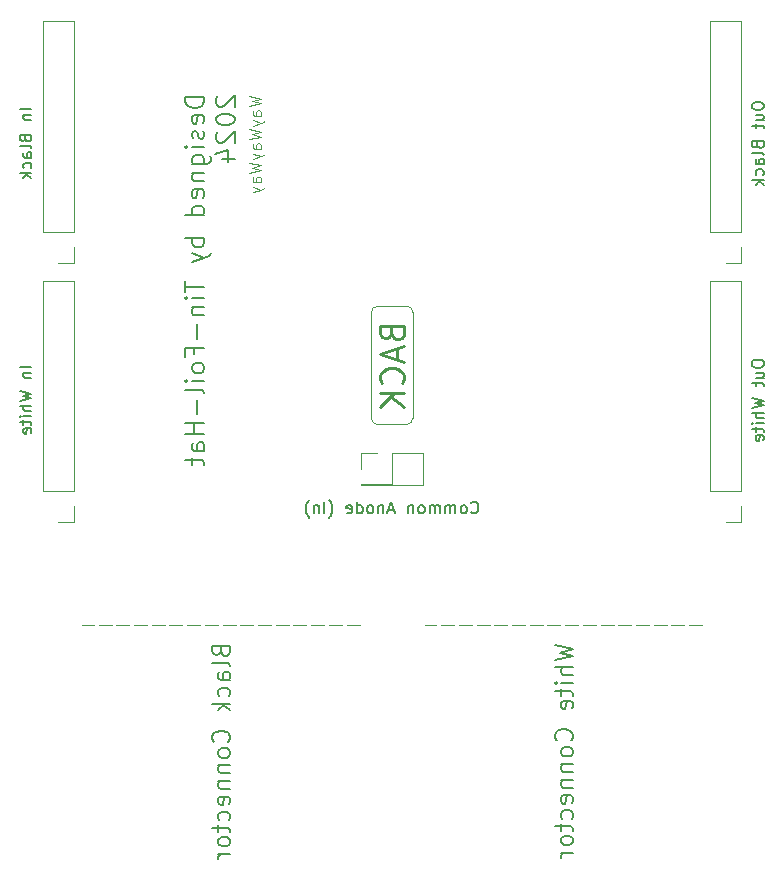
<source format=gbr>
%TF.GenerationSoftware,KiCad,Pcbnew,8.0.7*%
%TF.CreationDate,2025-01-06T10:47:42+08:00*%
%TF.ProjectId,V2.5 Mechanical Seven Segment Digit,56322e35-204d-4656-9368-616e6963616c,rev?*%
%TF.SameCoordinates,Original*%
%TF.FileFunction,Legend,Bot*%
%TF.FilePolarity,Positive*%
%FSLAX46Y46*%
G04 Gerber Fmt 4.6, Leading zero omitted, Abs format (unit mm)*
G04 Created by KiCad (PCBNEW 8.0.7) date 2025-01-06 10:47:42*
%MOMM*%
%LPD*%
G01*
G04 APERTURE LIST*
%ADD10C,0.100000*%
%ADD11C,0.240000*%
%ADD12C,0.180000*%
%ADD13C,0.200000*%
%ADD14C,0.150000*%
%ADD15C,0.120000*%
G04 APERTURE END LIST*
D10*
X140750000Y-103250000D02*
G75*
G02*
X140250000Y-102750000I0J500000D01*
G01*
X168250000Y-120250000D02*
X167150000Y-120250000D01*
X166750000Y-120250000D02*
X165650000Y-120250000D01*
X165250000Y-120250000D02*
X164150000Y-120250000D01*
X163750000Y-120250000D02*
X162650000Y-120250000D01*
X162250000Y-120250000D02*
X161150000Y-120250000D01*
X160750000Y-120250000D02*
X159650000Y-120250000D01*
X159250000Y-120250000D02*
X158150000Y-120250000D01*
X157750000Y-120250000D02*
X156650000Y-120250000D01*
X156250000Y-120250000D02*
X155150000Y-120250000D01*
X154750000Y-120250000D02*
X153650000Y-120250000D01*
X153250000Y-120250000D02*
X152150000Y-120250000D01*
X151750000Y-120250000D02*
X150650000Y-120250000D01*
X150250000Y-120250000D02*
X149150000Y-120250000D01*
X148750000Y-120250000D02*
X147650000Y-120250000D01*
X147250000Y-120250000D02*
X146150000Y-120250000D01*
X145750000Y-120250000D02*
X144750000Y-120250000D01*
X140750000Y-93250000D02*
X143250000Y-93250000D01*
X143250000Y-93250000D02*
G75*
G02*
X143750000Y-93750000I0J-500000D01*
G01*
X143750000Y-102750000D02*
G75*
G02*
X143250000Y-103250000I-500000J0D01*
G01*
X143750000Y-93750000D02*
X143750000Y-102750000D01*
X139250000Y-120250000D02*
X138150000Y-120250000D01*
X137750000Y-120250000D02*
X136650000Y-120250000D01*
X136250000Y-120250000D02*
X135150000Y-120250000D01*
X134750000Y-120250000D02*
X133650000Y-120250000D01*
X133250000Y-120250000D02*
X132150000Y-120250000D01*
X131750000Y-120250000D02*
X130650000Y-120250000D01*
X130250000Y-120250000D02*
X129150000Y-120250000D01*
X128750000Y-120250000D02*
X127650000Y-120250000D01*
X127250000Y-120250000D02*
X126150000Y-120250000D01*
X125750000Y-120250000D02*
X124650000Y-120250000D01*
X124250000Y-120250000D02*
X123150000Y-120250000D01*
X122750000Y-120250000D02*
X121650000Y-120250000D01*
X121250000Y-120250000D02*
X120150000Y-120250000D01*
X119750000Y-120250000D02*
X118650000Y-120250000D01*
X118250000Y-120250000D02*
X117150000Y-120250000D01*
X116750000Y-120250000D02*
X115750000Y-120250000D01*
X143250000Y-103250000D02*
X140750000Y-103250000D01*
X140250000Y-102750000D02*
X140250000Y-93750000D01*
X140250000Y-93750000D02*
G75*
G02*
X140750000Y-93250000I500000J0D01*
G01*
D11*
X141945139Y-95550751D02*
X142040377Y-95836465D01*
X142040377Y-95836465D02*
X142135615Y-95931703D01*
X142135615Y-95931703D02*
X142326091Y-96026941D01*
X142326091Y-96026941D02*
X142611805Y-96026941D01*
X142611805Y-96026941D02*
X142802281Y-95931703D01*
X142802281Y-95931703D02*
X142897520Y-95836465D01*
X142897520Y-95836465D02*
X142992758Y-95645989D01*
X142992758Y-95645989D02*
X142992758Y-94884084D01*
X142992758Y-94884084D02*
X140992758Y-94884084D01*
X140992758Y-94884084D02*
X140992758Y-95550751D01*
X140992758Y-95550751D02*
X141087996Y-95741227D01*
X141087996Y-95741227D02*
X141183234Y-95836465D01*
X141183234Y-95836465D02*
X141373710Y-95931703D01*
X141373710Y-95931703D02*
X141564186Y-95931703D01*
X141564186Y-95931703D02*
X141754662Y-95836465D01*
X141754662Y-95836465D02*
X141849900Y-95741227D01*
X141849900Y-95741227D02*
X141945139Y-95550751D01*
X141945139Y-95550751D02*
X141945139Y-94884084D01*
X142421329Y-96788846D02*
X142421329Y-97741227D01*
X142992758Y-96598370D02*
X140992758Y-97265036D01*
X140992758Y-97265036D02*
X142992758Y-97931703D01*
X142802281Y-99741227D02*
X142897520Y-99645989D01*
X142897520Y-99645989D02*
X142992758Y-99360275D01*
X142992758Y-99360275D02*
X142992758Y-99169799D01*
X142992758Y-99169799D02*
X142897520Y-98884084D01*
X142897520Y-98884084D02*
X142707043Y-98693608D01*
X142707043Y-98693608D02*
X142516567Y-98598370D01*
X142516567Y-98598370D02*
X142135615Y-98503132D01*
X142135615Y-98503132D02*
X141849900Y-98503132D01*
X141849900Y-98503132D02*
X141468948Y-98598370D01*
X141468948Y-98598370D02*
X141278472Y-98693608D01*
X141278472Y-98693608D02*
X141087996Y-98884084D01*
X141087996Y-98884084D02*
X140992758Y-99169799D01*
X140992758Y-99169799D02*
X140992758Y-99360275D01*
X140992758Y-99360275D02*
X141087996Y-99645989D01*
X141087996Y-99645989D02*
X141183234Y-99741227D01*
X142992758Y-100598370D02*
X140992758Y-100598370D01*
X142992758Y-101741227D02*
X141849900Y-100884084D01*
X140992758Y-101741227D02*
X142135615Y-100598370D01*
D12*
X127498854Y-122471428D02*
X127570282Y-122685714D01*
X127570282Y-122685714D02*
X127641711Y-122757143D01*
X127641711Y-122757143D02*
X127784568Y-122828571D01*
X127784568Y-122828571D02*
X127998854Y-122828571D01*
X127998854Y-122828571D02*
X128141711Y-122757143D01*
X128141711Y-122757143D02*
X128213140Y-122685714D01*
X128213140Y-122685714D02*
X128284568Y-122542857D01*
X128284568Y-122542857D02*
X128284568Y-121971428D01*
X128284568Y-121971428D02*
X126784568Y-121971428D01*
X126784568Y-121971428D02*
X126784568Y-122471428D01*
X126784568Y-122471428D02*
X126855997Y-122614286D01*
X126855997Y-122614286D02*
X126927425Y-122685714D01*
X126927425Y-122685714D02*
X127070282Y-122757143D01*
X127070282Y-122757143D02*
X127213140Y-122757143D01*
X127213140Y-122757143D02*
X127355997Y-122685714D01*
X127355997Y-122685714D02*
X127427425Y-122614286D01*
X127427425Y-122614286D02*
X127498854Y-122471428D01*
X127498854Y-122471428D02*
X127498854Y-121971428D01*
X128284568Y-123685714D02*
X128213140Y-123542857D01*
X128213140Y-123542857D02*
X128070282Y-123471428D01*
X128070282Y-123471428D02*
X126784568Y-123471428D01*
X128284568Y-124900000D02*
X127498854Y-124900000D01*
X127498854Y-124900000D02*
X127355997Y-124828571D01*
X127355997Y-124828571D02*
X127284568Y-124685714D01*
X127284568Y-124685714D02*
X127284568Y-124400000D01*
X127284568Y-124400000D02*
X127355997Y-124257142D01*
X128213140Y-124900000D02*
X128284568Y-124757142D01*
X128284568Y-124757142D02*
X128284568Y-124400000D01*
X128284568Y-124400000D02*
X128213140Y-124257142D01*
X128213140Y-124257142D02*
X128070282Y-124185714D01*
X128070282Y-124185714D02*
X127927425Y-124185714D01*
X127927425Y-124185714D02*
X127784568Y-124257142D01*
X127784568Y-124257142D02*
X127713140Y-124400000D01*
X127713140Y-124400000D02*
X127713140Y-124757142D01*
X127713140Y-124757142D02*
X127641711Y-124900000D01*
X128213140Y-126257143D02*
X128284568Y-126114285D01*
X128284568Y-126114285D02*
X128284568Y-125828571D01*
X128284568Y-125828571D02*
X128213140Y-125685714D01*
X128213140Y-125685714D02*
X128141711Y-125614285D01*
X128141711Y-125614285D02*
X127998854Y-125542857D01*
X127998854Y-125542857D02*
X127570282Y-125542857D01*
X127570282Y-125542857D02*
X127427425Y-125614285D01*
X127427425Y-125614285D02*
X127355997Y-125685714D01*
X127355997Y-125685714D02*
X127284568Y-125828571D01*
X127284568Y-125828571D02*
X127284568Y-126114285D01*
X127284568Y-126114285D02*
X127355997Y-126257143D01*
X128284568Y-126899999D02*
X126784568Y-126899999D01*
X127713140Y-127042857D02*
X128284568Y-127471428D01*
X127284568Y-127471428D02*
X127855997Y-126899999D01*
X128141711Y-130114285D02*
X128213140Y-130042857D01*
X128213140Y-130042857D02*
X128284568Y-129828571D01*
X128284568Y-129828571D02*
X128284568Y-129685714D01*
X128284568Y-129685714D02*
X128213140Y-129471428D01*
X128213140Y-129471428D02*
X128070282Y-129328571D01*
X128070282Y-129328571D02*
X127927425Y-129257142D01*
X127927425Y-129257142D02*
X127641711Y-129185714D01*
X127641711Y-129185714D02*
X127427425Y-129185714D01*
X127427425Y-129185714D02*
X127141711Y-129257142D01*
X127141711Y-129257142D02*
X126998854Y-129328571D01*
X126998854Y-129328571D02*
X126855997Y-129471428D01*
X126855997Y-129471428D02*
X126784568Y-129685714D01*
X126784568Y-129685714D02*
X126784568Y-129828571D01*
X126784568Y-129828571D02*
X126855997Y-130042857D01*
X126855997Y-130042857D02*
X126927425Y-130114285D01*
X128284568Y-130971428D02*
X128213140Y-130828571D01*
X128213140Y-130828571D02*
X128141711Y-130757142D01*
X128141711Y-130757142D02*
X127998854Y-130685714D01*
X127998854Y-130685714D02*
X127570282Y-130685714D01*
X127570282Y-130685714D02*
X127427425Y-130757142D01*
X127427425Y-130757142D02*
X127355997Y-130828571D01*
X127355997Y-130828571D02*
X127284568Y-130971428D01*
X127284568Y-130971428D02*
X127284568Y-131185714D01*
X127284568Y-131185714D02*
X127355997Y-131328571D01*
X127355997Y-131328571D02*
X127427425Y-131400000D01*
X127427425Y-131400000D02*
X127570282Y-131471428D01*
X127570282Y-131471428D02*
X127998854Y-131471428D01*
X127998854Y-131471428D02*
X128141711Y-131400000D01*
X128141711Y-131400000D02*
X128213140Y-131328571D01*
X128213140Y-131328571D02*
X128284568Y-131185714D01*
X128284568Y-131185714D02*
X128284568Y-130971428D01*
X127284568Y-132114285D02*
X128284568Y-132114285D01*
X127427425Y-132114285D02*
X127355997Y-132185714D01*
X127355997Y-132185714D02*
X127284568Y-132328571D01*
X127284568Y-132328571D02*
X127284568Y-132542857D01*
X127284568Y-132542857D02*
X127355997Y-132685714D01*
X127355997Y-132685714D02*
X127498854Y-132757143D01*
X127498854Y-132757143D02*
X128284568Y-132757143D01*
X127284568Y-133471428D02*
X128284568Y-133471428D01*
X127427425Y-133471428D02*
X127355997Y-133542857D01*
X127355997Y-133542857D02*
X127284568Y-133685714D01*
X127284568Y-133685714D02*
X127284568Y-133900000D01*
X127284568Y-133900000D02*
X127355997Y-134042857D01*
X127355997Y-134042857D02*
X127498854Y-134114286D01*
X127498854Y-134114286D02*
X128284568Y-134114286D01*
X128213140Y-135400000D02*
X128284568Y-135257143D01*
X128284568Y-135257143D02*
X128284568Y-134971429D01*
X128284568Y-134971429D02*
X128213140Y-134828571D01*
X128213140Y-134828571D02*
X128070282Y-134757143D01*
X128070282Y-134757143D02*
X127498854Y-134757143D01*
X127498854Y-134757143D02*
X127355997Y-134828571D01*
X127355997Y-134828571D02*
X127284568Y-134971429D01*
X127284568Y-134971429D02*
X127284568Y-135257143D01*
X127284568Y-135257143D02*
X127355997Y-135400000D01*
X127355997Y-135400000D02*
X127498854Y-135471429D01*
X127498854Y-135471429D02*
X127641711Y-135471429D01*
X127641711Y-135471429D02*
X127784568Y-134757143D01*
X128213140Y-136757143D02*
X128284568Y-136614285D01*
X128284568Y-136614285D02*
X128284568Y-136328571D01*
X128284568Y-136328571D02*
X128213140Y-136185714D01*
X128213140Y-136185714D02*
X128141711Y-136114285D01*
X128141711Y-136114285D02*
X127998854Y-136042857D01*
X127998854Y-136042857D02*
X127570282Y-136042857D01*
X127570282Y-136042857D02*
X127427425Y-136114285D01*
X127427425Y-136114285D02*
X127355997Y-136185714D01*
X127355997Y-136185714D02*
X127284568Y-136328571D01*
X127284568Y-136328571D02*
X127284568Y-136614285D01*
X127284568Y-136614285D02*
X127355997Y-136757143D01*
X127284568Y-137185714D02*
X127284568Y-137757142D01*
X126784568Y-137399999D02*
X128070282Y-137399999D01*
X128070282Y-137399999D02*
X128213140Y-137471428D01*
X128213140Y-137471428D02*
X128284568Y-137614285D01*
X128284568Y-137614285D02*
X128284568Y-137757142D01*
X128284568Y-138471428D02*
X128213140Y-138328571D01*
X128213140Y-138328571D02*
X128141711Y-138257142D01*
X128141711Y-138257142D02*
X127998854Y-138185714D01*
X127998854Y-138185714D02*
X127570282Y-138185714D01*
X127570282Y-138185714D02*
X127427425Y-138257142D01*
X127427425Y-138257142D02*
X127355997Y-138328571D01*
X127355997Y-138328571D02*
X127284568Y-138471428D01*
X127284568Y-138471428D02*
X127284568Y-138685714D01*
X127284568Y-138685714D02*
X127355997Y-138828571D01*
X127355997Y-138828571D02*
X127427425Y-138900000D01*
X127427425Y-138900000D02*
X127570282Y-138971428D01*
X127570282Y-138971428D02*
X127998854Y-138971428D01*
X127998854Y-138971428D02*
X128141711Y-138900000D01*
X128141711Y-138900000D02*
X128213140Y-138828571D01*
X128213140Y-138828571D02*
X128284568Y-138685714D01*
X128284568Y-138685714D02*
X128284568Y-138471428D01*
X128284568Y-139614285D02*
X127284568Y-139614285D01*
X127570282Y-139614285D02*
X127427425Y-139685714D01*
X127427425Y-139685714D02*
X127355997Y-139757143D01*
X127355997Y-139757143D02*
X127284568Y-139900000D01*
X127284568Y-139900000D02*
X127284568Y-140042857D01*
X155784568Y-121935714D02*
X157284568Y-122292857D01*
X157284568Y-122292857D02*
X156213140Y-122578571D01*
X156213140Y-122578571D02*
X157284568Y-122864286D01*
X157284568Y-122864286D02*
X155784568Y-123221429D01*
X157284568Y-123792857D02*
X155784568Y-123792857D01*
X157284568Y-124435715D02*
X156498854Y-124435715D01*
X156498854Y-124435715D02*
X156355997Y-124364286D01*
X156355997Y-124364286D02*
X156284568Y-124221429D01*
X156284568Y-124221429D02*
X156284568Y-124007143D01*
X156284568Y-124007143D02*
X156355997Y-123864286D01*
X156355997Y-123864286D02*
X156427425Y-123792857D01*
X157284568Y-125150000D02*
X156284568Y-125150000D01*
X155784568Y-125150000D02*
X155855997Y-125078572D01*
X155855997Y-125078572D02*
X155927425Y-125150000D01*
X155927425Y-125150000D02*
X155855997Y-125221429D01*
X155855997Y-125221429D02*
X155784568Y-125150000D01*
X155784568Y-125150000D02*
X155927425Y-125150000D01*
X156284568Y-125650001D02*
X156284568Y-126221429D01*
X155784568Y-125864286D02*
X157070282Y-125864286D01*
X157070282Y-125864286D02*
X157213140Y-125935715D01*
X157213140Y-125935715D02*
X157284568Y-126078572D01*
X157284568Y-126078572D02*
X157284568Y-126221429D01*
X157213140Y-127292858D02*
X157284568Y-127150001D01*
X157284568Y-127150001D02*
X157284568Y-126864287D01*
X157284568Y-126864287D02*
X157213140Y-126721429D01*
X157213140Y-126721429D02*
X157070282Y-126650001D01*
X157070282Y-126650001D02*
X156498854Y-126650001D01*
X156498854Y-126650001D02*
X156355997Y-126721429D01*
X156355997Y-126721429D02*
X156284568Y-126864287D01*
X156284568Y-126864287D02*
X156284568Y-127150001D01*
X156284568Y-127150001D02*
X156355997Y-127292858D01*
X156355997Y-127292858D02*
X156498854Y-127364287D01*
X156498854Y-127364287D02*
X156641711Y-127364287D01*
X156641711Y-127364287D02*
X156784568Y-126650001D01*
X157141711Y-130007143D02*
X157213140Y-129935715D01*
X157213140Y-129935715D02*
X157284568Y-129721429D01*
X157284568Y-129721429D02*
X157284568Y-129578572D01*
X157284568Y-129578572D02*
X157213140Y-129364286D01*
X157213140Y-129364286D02*
X157070282Y-129221429D01*
X157070282Y-129221429D02*
X156927425Y-129150000D01*
X156927425Y-129150000D02*
X156641711Y-129078572D01*
X156641711Y-129078572D02*
X156427425Y-129078572D01*
X156427425Y-129078572D02*
X156141711Y-129150000D01*
X156141711Y-129150000D02*
X155998854Y-129221429D01*
X155998854Y-129221429D02*
X155855997Y-129364286D01*
X155855997Y-129364286D02*
X155784568Y-129578572D01*
X155784568Y-129578572D02*
X155784568Y-129721429D01*
X155784568Y-129721429D02*
X155855997Y-129935715D01*
X155855997Y-129935715D02*
X155927425Y-130007143D01*
X157284568Y-130864286D02*
X157213140Y-130721429D01*
X157213140Y-130721429D02*
X157141711Y-130650000D01*
X157141711Y-130650000D02*
X156998854Y-130578572D01*
X156998854Y-130578572D02*
X156570282Y-130578572D01*
X156570282Y-130578572D02*
X156427425Y-130650000D01*
X156427425Y-130650000D02*
X156355997Y-130721429D01*
X156355997Y-130721429D02*
X156284568Y-130864286D01*
X156284568Y-130864286D02*
X156284568Y-131078572D01*
X156284568Y-131078572D02*
X156355997Y-131221429D01*
X156355997Y-131221429D02*
X156427425Y-131292858D01*
X156427425Y-131292858D02*
X156570282Y-131364286D01*
X156570282Y-131364286D02*
X156998854Y-131364286D01*
X156998854Y-131364286D02*
X157141711Y-131292858D01*
X157141711Y-131292858D02*
X157213140Y-131221429D01*
X157213140Y-131221429D02*
X157284568Y-131078572D01*
X157284568Y-131078572D02*
X157284568Y-130864286D01*
X156284568Y-132007143D02*
X157284568Y-132007143D01*
X156427425Y-132007143D02*
X156355997Y-132078572D01*
X156355997Y-132078572D02*
X156284568Y-132221429D01*
X156284568Y-132221429D02*
X156284568Y-132435715D01*
X156284568Y-132435715D02*
X156355997Y-132578572D01*
X156355997Y-132578572D02*
X156498854Y-132650001D01*
X156498854Y-132650001D02*
X157284568Y-132650001D01*
X156284568Y-133364286D02*
X157284568Y-133364286D01*
X156427425Y-133364286D02*
X156355997Y-133435715D01*
X156355997Y-133435715D02*
X156284568Y-133578572D01*
X156284568Y-133578572D02*
X156284568Y-133792858D01*
X156284568Y-133792858D02*
X156355997Y-133935715D01*
X156355997Y-133935715D02*
X156498854Y-134007144D01*
X156498854Y-134007144D02*
X157284568Y-134007144D01*
X157213140Y-135292858D02*
X157284568Y-135150001D01*
X157284568Y-135150001D02*
X157284568Y-134864287D01*
X157284568Y-134864287D02*
X157213140Y-134721429D01*
X157213140Y-134721429D02*
X157070282Y-134650001D01*
X157070282Y-134650001D02*
X156498854Y-134650001D01*
X156498854Y-134650001D02*
X156355997Y-134721429D01*
X156355997Y-134721429D02*
X156284568Y-134864287D01*
X156284568Y-134864287D02*
X156284568Y-135150001D01*
X156284568Y-135150001D02*
X156355997Y-135292858D01*
X156355997Y-135292858D02*
X156498854Y-135364287D01*
X156498854Y-135364287D02*
X156641711Y-135364287D01*
X156641711Y-135364287D02*
X156784568Y-134650001D01*
X157213140Y-136650001D02*
X157284568Y-136507143D01*
X157284568Y-136507143D02*
X157284568Y-136221429D01*
X157284568Y-136221429D02*
X157213140Y-136078572D01*
X157213140Y-136078572D02*
X157141711Y-136007143D01*
X157141711Y-136007143D02*
X156998854Y-135935715D01*
X156998854Y-135935715D02*
X156570282Y-135935715D01*
X156570282Y-135935715D02*
X156427425Y-136007143D01*
X156427425Y-136007143D02*
X156355997Y-136078572D01*
X156355997Y-136078572D02*
X156284568Y-136221429D01*
X156284568Y-136221429D02*
X156284568Y-136507143D01*
X156284568Y-136507143D02*
X156355997Y-136650001D01*
X156284568Y-137078572D02*
X156284568Y-137650000D01*
X155784568Y-137292857D02*
X157070282Y-137292857D01*
X157070282Y-137292857D02*
X157213140Y-137364286D01*
X157213140Y-137364286D02*
X157284568Y-137507143D01*
X157284568Y-137507143D02*
X157284568Y-137650000D01*
X157284568Y-138364286D02*
X157213140Y-138221429D01*
X157213140Y-138221429D02*
X157141711Y-138150000D01*
X157141711Y-138150000D02*
X156998854Y-138078572D01*
X156998854Y-138078572D02*
X156570282Y-138078572D01*
X156570282Y-138078572D02*
X156427425Y-138150000D01*
X156427425Y-138150000D02*
X156355997Y-138221429D01*
X156355997Y-138221429D02*
X156284568Y-138364286D01*
X156284568Y-138364286D02*
X156284568Y-138578572D01*
X156284568Y-138578572D02*
X156355997Y-138721429D01*
X156355997Y-138721429D02*
X156427425Y-138792858D01*
X156427425Y-138792858D02*
X156570282Y-138864286D01*
X156570282Y-138864286D02*
X156998854Y-138864286D01*
X156998854Y-138864286D02*
X157141711Y-138792858D01*
X157141711Y-138792858D02*
X157213140Y-138721429D01*
X157213140Y-138721429D02*
X157284568Y-138578572D01*
X157284568Y-138578572D02*
X157284568Y-138364286D01*
X157284568Y-139507143D02*
X156284568Y-139507143D01*
X156570282Y-139507143D02*
X156427425Y-139578572D01*
X156427425Y-139578572D02*
X156355997Y-139650001D01*
X156355997Y-139650001D02*
X156284568Y-139792858D01*
X156284568Y-139792858D02*
X156284568Y-139935715D01*
D13*
X126097880Y-75512530D02*
X124497880Y-75512530D01*
X124497880Y-75512530D02*
X124497880Y-75893482D01*
X124497880Y-75893482D02*
X124574070Y-76122054D01*
X124574070Y-76122054D02*
X124726451Y-76274435D01*
X124726451Y-76274435D02*
X124878832Y-76350625D01*
X124878832Y-76350625D02*
X125183594Y-76426816D01*
X125183594Y-76426816D02*
X125412166Y-76426816D01*
X125412166Y-76426816D02*
X125716928Y-76350625D01*
X125716928Y-76350625D02*
X125869309Y-76274435D01*
X125869309Y-76274435D02*
X126021690Y-76122054D01*
X126021690Y-76122054D02*
X126097880Y-75893482D01*
X126097880Y-75893482D02*
X126097880Y-75512530D01*
X126021690Y-77722054D02*
X126097880Y-77569673D01*
X126097880Y-77569673D02*
X126097880Y-77264911D01*
X126097880Y-77264911D02*
X126021690Y-77112530D01*
X126021690Y-77112530D02*
X125869309Y-77036339D01*
X125869309Y-77036339D02*
X125259785Y-77036339D01*
X125259785Y-77036339D02*
X125107404Y-77112530D01*
X125107404Y-77112530D02*
X125031213Y-77264911D01*
X125031213Y-77264911D02*
X125031213Y-77569673D01*
X125031213Y-77569673D02*
X125107404Y-77722054D01*
X125107404Y-77722054D02*
X125259785Y-77798244D01*
X125259785Y-77798244D02*
X125412166Y-77798244D01*
X125412166Y-77798244D02*
X125564547Y-77036339D01*
X126021690Y-78407768D02*
X126097880Y-78560149D01*
X126097880Y-78560149D02*
X126097880Y-78864911D01*
X126097880Y-78864911D02*
X126021690Y-79017292D01*
X126021690Y-79017292D02*
X125869309Y-79093483D01*
X125869309Y-79093483D02*
X125793118Y-79093483D01*
X125793118Y-79093483D02*
X125640737Y-79017292D01*
X125640737Y-79017292D02*
X125564547Y-78864911D01*
X125564547Y-78864911D02*
X125564547Y-78636340D01*
X125564547Y-78636340D02*
X125488356Y-78483959D01*
X125488356Y-78483959D02*
X125335975Y-78407768D01*
X125335975Y-78407768D02*
X125259785Y-78407768D01*
X125259785Y-78407768D02*
X125107404Y-78483959D01*
X125107404Y-78483959D02*
X125031213Y-78636340D01*
X125031213Y-78636340D02*
X125031213Y-78864911D01*
X125031213Y-78864911D02*
X125107404Y-79017292D01*
X126097880Y-79779197D02*
X125031213Y-79779197D01*
X124497880Y-79779197D02*
X124574070Y-79703006D01*
X124574070Y-79703006D02*
X124650261Y-79779197D01*
X124650261Y-79779197D02*
X124574070Y-79855387D01*
X124574070Y-79855387D02*
X124497880Y-79779197D01*
X124497880Y-79779197D02*
X124650261Y-79779197D01*
X125031213Y-81226816D02*
X126326451Y-81226816D01*
X126326451Y-81226816D02*
X126478832Y-81150626D01*
X126478832Y-81150626D02*
X126555023Y-81074435D01*
X126555023Y-81074435D02*
X126631213Y-80922054D01*
X126631213Y-80922054D02*
X126631213Y-80693483D01*
X126631213Y-80693483D02*
X126555023Y-80541102D01*
X126021690Y-81226816D02*
X126097880Y-81074435D01*
X126097880Y-81074435D02*
X126097880Y-80769673D01*
X126097880Y-80769673D02*
X126021690Y-80617292D01*
X126021690Y-80617292D02*
X125945499Y-80541102D01*
X125945499Y-80541102D02*
X125793118Y-80464911D01*
X125793118Y-80464911D02*
X125335975Y-80464911D01*
X125335975Y-80464911D02*
X125183594Y-80541102D01*
X125183594Y-80541102D02*
X125107404Y-80617292D01*
X125107404Y-80617292D02*
X125031213Y-80769673D01*
X125031213Y-80769673D02*
X125031213Y-81074435D01*
X125031213Y-81074435D02*
X125107404Y-81226816D01*
X125031213Y-81988721D02*
X126097880Y-81988721D01*
X125183594Y-81988721D02*
X125107404Y-82064911D01*
X125107404Y-82064911D02*
X125031213Y-82217292D01*
X125031213Y-82217292D02*
X125031213Y-82445864D01*
X125031213Y-82445864D02*
X125107404Y-82598245D01*
X125107404Y-82598245D02*
X125259785Y-82674435D01*
X125259785Y-82674435D02*
X126097880Y-82674435D01*
X126021690Y-84045864D02*
X126097880Y-83893483D01*
X126097880Y-83893483D02*
X126097880Y-83588721D01*
X126097880Y-83588721D02*
X126021690Y-83436340D01*
X126021690Y-83436340D02*
X125869309Y-83360149D01*
X125869309Y-83360149D02*
X125259785Y-83360149D01*
X125259785Y-83360149D02*
X125107404Y-83436340D01*
X125107404Y-83436340D02*
X125031213Y-83588721D01*
X125031213Y-83588721D02*
X125031213Y-83893483D01*
X125031213Y-83893483D02*
X125107404Y-84045864D01*
X125107404Y-84045864D02*
X125259785Y-84122054D01*
X125259785Y-84122054D02*
X125412166Y-84122054D01*
X125412166Y-84122054D02*
X125564547Y-83360149D01*
X126097880Y-85493483D02*
X124497880Y-85493483D01*
X126021690Y-85493483D02*
X126097880Y-85341102D01*
X126097880Y-85341102D02*
X126097880Y-85036340D01*
X126097880Y-85036340D02*
X126021690Y-84883959D01*
X126021690Y-84883959D02*
X125945499Y-84807769D01*
X125945499Y-84807769D02*
X125793118Y-84731578D01*
X125793118Y-84731578D02*
X125335975Y-84731578D01*
X125335975Y-84731578D02*
X125183594Y-84807769D01*
X125183594Y-84807769D02*
X125107404Y-84883959D01*
X125107404Y-84883959D02*
X125031213Y-85036340D01*
X125031213Y-85036340D02*
X125031213Y-85341102D01*
X125031213Y-85341102D02*
X125107404Y-85493483D01*
X126097880Y-87474436D02*
X124497880Y-87474436D01*
X125107404Y-87474436D02*
X125031213Y-87626817D01*
X125031213Y-87626817D02*
X125031213Y-87931579D01*
X125031213Y-87931579D02*
X125107404Y-88083960D01*
X125107404Y-88083960D02*
X125183594Y-88160150D01*
X125183594Y-88160150D02*
X125335975Y-88236341D01*
X125335975Y-88236341D02*
X125793118Y-88236341D01*
X125793118Y-88236341D02*
X125945499Y-88160150D01*
X125945499Y-88160150D02*
X126021690Y-88083960D01*
X126021690Y-88083960D02*
X126097880Y-87931579D01*
X126097880Y-87931579D02*
X126097880Y-87626817D01*
X126097880Y-87626817D02*
X126021690Y-87474436D01*
X125031213Y-88769674D02*
X126097880Y-89150626D01*
X125031213Y-89531579D02*
X126097880Y-89150626D01*
X126097880Y-89150626D02*
X126478832Y-88998245D01*
X126478832Y-88998245D02*
X126555023Y-88922055D01*
X126555023Y-88922055D02*
X126631213Y-88769674D01*
X124497880Y-91131579D02*
X124497880Y-92045865D01*
X126097880Y-91588722D02*
X124497880Y-91588722D01*
X126097880Y-92579199D02*
X125031213Y-92579199D01*
X124497880Y-92579199D02*
X124574070Y-92503008D01*
X124574070Y-92503008D02*
X124650261Y-92579199D01*
X124650261Y-92579199D02*
X124574070Y-92655389D01*
X124574070Y-92655389D02*
X124497880Y-92579199D01*
X124497880Y-92579199D02*
X124650261Y-92579199D01*
X125031213Y-93341104D02*
X126097880Y-93341104D01*
X125183594Y-93341104D02*
X125107404Y-93417294D01*
X125107404Y-93417294D02*
X125031213Y-93569675D01*
X125031213Y-93569675D02*
X125031213Y-93798247D01*
X125031213Y-93798247D02*
X125107404Y-93950628D01*
X125107404Y-93950628D02*
X125259785Y-94026818D01*
X125259785Y-94026818D02*
X126097880Y-94026818D01*
X125488356Y-94788723D02*
X125488356Y-96007771D01*
X125259785Y-97303008D02*
X125259785Y-96769675D01*
X126097880Y-96769675D02*
X124497880Y-96769675D01*
X124497880Y-96769675D02*
X124497880Y-97531580D01*
X126097880Y-98369675D02*
X126021690Y-98217294D01*
X126021690Y-98217294D02*
X125945499Y-98141104D01*
X125945499Y-98141104D02*
X125793118Y-98064913D01*
X125793118Y-98064913D02*
X125335975Y-98064913D01*
X125335975Y-98064913D02*
X125183594Y-98141104D01*
X125183594Y-98141104D02*
X125107404Y-98217294D01*
X125107404Y-98217294D02*
X125031213Y-98369675D01*
X125031213Y-98369675D02*
X125031213Y-98598247D01*
X125031213Y-98598247D02*
X125107404Y-98750628D01*
X125107404Y-98750628D02*
X125183594Y-98826818D01*
X125183594Y-98826818D02*
X125335975Y-98903009D01*
X125335975Y-98903009D02*
X125793118Y-98903009D01*
X125793118Y-98903009D02*
X125945499Y-98826818D01*
X125945499Y-98826818D02*
X126021690Y-98750628D01*
X126021690Y-98750628D02*
X126097880Y-98598247D01*
X126097880Y-98598247D02*
X126097880Y-98369675D01*
X126097880Y-99588723D02*
X125031213Y-99588723D01*
X124497880Y-99588723D02*
X124574070Y-99512532D01*
X124574070Y-99512532D02*
X124650261Y-99588723D01*
X124650261Y-99588723D02*
X124574070Y-99664913D01*
X124574070Y-99664913D02*
X124497880Y-99588723D01*
X124497880Y-99588723D02*
X124650261Y-99588723D01*
X126097880Y-100579199D02*
X126021690Y-100426818D01*
X126021690Y-100426818D02*
X125869309Y-100350628D01*
X125869309Y-100350628D02*
X124497880Y-100350628D01*
X125488356Y-101188723D02*
X125488356Y-102407771D01*
X126097880Y-103169675D02*
X124497880Y-103169675D01*
X125259785Y-103169675D02*
X125259785Y-104083961D01*
X126097880Y-104083961D02*
X124497880Y-104083961D01*
X126097880Y-105531579D02*
X125259785Y-105531579D01*
X125259785Y-105531579D02*
X125107404Y-105455389D01*
X125107404Y-105455389D02*
X125031213Y-105303008D01*
X125031213Y-105303008D02*
X125031213Y-104998246D01*
X125031213Y-104998246D02*
X125107404Y-104845865D01*
X126021690Y-105531579D02*
X126097880Y-105379198D01*
X126097880Y-105379198D02*
X126097880Y-104998246D01*
X126097880Y-104998246D02*
X126021690Y-104845865D01*
X126021690Y-104845865D02*
X125869309Y-104769674D01*
X125869309Y-104769674D02*
X125716928Y-104769674D01*
X125716928Y-104769674D02*
X125564547Y-104845865D01*
X125564547Y-104845865D02*
X125488356Y-104998246D01*
X125488356Y-104998246D02*
X125488356Y-105379198D01*
X125488356Y-105379198D02*
X125412166Y-105531579D01*
X125031213Y-106064912D02*
X125031213Y-106674436D01*
X124497880Y-106293484D02*
X125869309Y-106293484D01*
X125869309Y-106293484D02*
X126021690Y-106369674D01*
X126021690Y-106369674D02*
X126097880Y-106522055D01*
X126097880Y-106522055D02*
X126097880Y-106674436D01*
X127226171Y-75436339D02*
X127149980Y-75512530D01*
X127149980Y-75512530D02*
X127073790Y-75664911D01*
X127073790Y-75664911D02*
X127073790Y-76045863D01*
X127073790Y-76045863D02*
X127149980Y-76198244D01*
X127149980Y-76198244D02*
X127226171Y-76274435D01*
X127226171Y-76274435D02*
X127378552Y-76350625D01*
X127378552Y-76350625D02*
X127530933Y-76350625D01*
X127530933Y-76350625D02*
X127759504Y-76274435D01*
X127759504Y-76274435D02*
X128673790Y-75360149D01*
X128673790Y-75360149D02*
X128673790Y-76350625D01*
X127073790Y-77341102D02*
X127073790Y-77493483D01*
X127073790Y-77493483D02*
X127149980Y-77645864D01*
X127149980Y-77645864D02*
X127226171Y-77722054D01*
X127226171Y-77722054D02*
X127378552Y-77798245D01*
X127378552Y-77798245D02*
X127683314Y-77874435D01*
X127683314Y-77874435D02*
X128064266Y-77874435D01*
X128064266Y-77874435D02*
X128369028Y-77798245D01*
X128369028Y-77798245D02*
X128521409Y-77722054D01*
X128521409Y-77722054D02*
X128597600Y-77645864D01*
X128597600Y-77645864D02*
X128673790Y-77493483D01*
X128673790Y-77493483D02*
X128673790Y-77341102D01*
X128673790Y-77341102D02*
X128597600Y-77188721D01*
X128597600Y-77188721D02*
X128521409Y-77112530D01*
X128521409Y-77112530D02*
X128369028Y-77036340D01*
X128369028Y-77036340D02*
X128064266Y-76960149D01*
X128064266Y-76960149D02*
X127683314Y-76960149D01*
X127683314Y-76960149D02*
X127378552Y-77036340D01*
X127378552Y-77036340D02*
X127226171Y-77112530D01*
X127226171Y-77112530D02*
X127149980Y-77188721D01*
X127149980Y-77188721D02*
X127073790Y-77341102D01*
X127226171Y-78483959D02*
X127149980Y-78560150D01*
X127149980Y-78560150D02*
X127073790Y-78712531D01*
X127073790Y-78712531D02*
X127073790Y-79093483D01*
X127073790Y-79093483D02*
X127149980Y-79245864D01*
X127149980Y-79245864D02*
X127226171Y-79322055D01*
X127226171Y-79322055D02*
X127378552Y-79398245D01*
X127378552Y-79398245D02*
X127530933Y-79398245D01*
X127530933Y-79398245D02*
X127759504Y-79322055D01*
X127759504Y-79322055D02*
X128673790Y-78407769D01*
X128673790Y-78407769D02*
X128673790Y-79398245D01*
X127607123Y-80769674D02*
X128673790Y-80769674D01*
X126997600Y-80388722D02*
X128140457Y-80007769D01*
X128140457Y-80007769D02*
X128140457Y-80998246D01*
D10*
X129872419Y-75458646D02*
X130872419Y-75696741D01*
X130872419Y-75696741D02*
X130158133Y-75887217D01*
X130158133Y-75887217D02*
X130872419Y-76077693D01*
X130872419Y-76077693D02*
X129872419Y-76315789D01*
X130872419Y-77125312D02*
X130348609Y-77125312D01*
X130348609Y-77125312D02*
X130253371Y-77077693D01*
X130253371Y-77077693D02*
X130205752Y-76982455D01*
X130205752Y-76982455D02*
X130205752Y-76791979D01*
X130205752Y-76791979D02*
X130253371Y-76696741D01*
X130824800Y-77125312D02*
X130872419Y-77030074D01*
X130872419Y-77030074D02*
X130872419Y-76791979D01*
X130872419Y-76791979D02*
X130824800Y-76696741D01*
X130824800Y-76696741D02*
X130729561Y-76649122D01*
X130729561Y-76649122D02*
X130634323Y-76649122D01*
X130634323Y-76649122D02*
X130539085Y-76696741D01*
X130539085Y-76696741D02*
X130491466Y-76791979D01*
X130491466Y-76791979D02*
X130491466Y-77030074D01*
X130491466Y-77030074D02*
X130443847Y-77125312D01*
X130205752Y-77506265D02*
X130872419Y-77744360D01*
X130205752Y-77982455D02*
X130872419Y-77744360D01*
X130872419Y-77744360D02*
X131110514Y-77649122D01*
X131110514Y-77649122D02*
X131158133Y-77601503D01*
X131158133Y-77601503D02*
X131205752Y-77506265D01*
X129872419Y-78268170D02*
X130872419Y-78506265D01*
X130872419Y-78506265D02*
X130158133Y-78696741D01*
X130158133Y-78696741D02*
X130872419Y-78887217D01*
X130872419Y-78887217D02*
X129872419Y-79125313D01*
X130872419Y-79934836D02*
X130348609Y-79934836D01*
X130348609Y-79934836D02*
X130253371Y-79887217D01*
X130253371Y-79887217D02*
X130205752Y-79791979D01*
X130205752Y-79791979D02*
X130205752Y-79601503D01*
X130205752Y-79601503D02*
X130253371Y-79506265D01*
X130824800Y-79934836D02*
X130872419Y-79839598D01*
X130872419Y-79839598D02*
X130872419Y-79601503D01*
X130872419Y-79601503D02*
X130824800Y-79506265D01*
X130824800Y-79506265D02*
X130729561Y-79458646D01*
X130729561Y-79458646D02*
X130634323Y-79458646D01*
X130634323Y-79458646D02*
X130539085Y-79506265D01*
X130539085Y-79506265D02*
X130491466Y-79601503D01*
X130491466Y-79601503D02*
X130491466Y-79839598D01*
X130491466Y-79839598D02*
X130443847Y-79934836D01*
X130205752Y-80315789D02*
X130872419Y-80553884D01*
X130205752Y-80791979D02*
X130872419Y-80553884D01*
X130872419Y-80553884D02*
X131110514Y-80458646D01*
X131110514Y-80458646D02*
X131158133Y-80411027D01*
X131158133Y-80411027D02*
X131205752Y-80315789D01*
X129872419Y-81077694D02*
X130872419Y-81315789D01*
X130872419Y-81315789D02*
X130158133Y-81506265D01*
X130158133Y-81506265D02*
X130872419Y-81696741D01*
X130872419Y-81696741D02*
X129872419Y-81934837D01*
X130872419Y-82744360D02*
X130348609Y-82744360D01*
X130348609Y-82744360D02*
X130253371Y-82696741D01*
X130253371Y-82696741D02*
X130205752Y-82601503D01*
X130205752Y-82601503D02*
X130205752Y-82411027D01*
X130205752Y-82411027D02*
X130253371Y-82315789D01*
X130824800Y-82744360D02*
X130872419Y-82649122D01*
X130872419Y-82649122D02*
X130872419Y-82411027D01*
X130872419Y-82411027D02*
X130824800Y-82315789D01*
X130824800Y-82315789D02*
X130729561Y-82268170D01*
X130729561Y-82268170D02*
X130634323Y-82268170D01*
X130634323Y-82268170D02*
X130539085Y-82315789D01*
X130539085Y-82315789D02*
X130491466Y-82411027D01*
X130491466Y-82411027D02*
X130491466Y-82649122D01*
X130491466Y-82649122D02*
X130443847Y-82744360D01*
X130205752Y-83125313D02*
X130872419Y-83363408D01*
X130205752Y-83601503D02*
X130872419Y-83363408D01*
X130872419Y-83363408D02*
X131110514Y-83268170D01*
X131110514Y-83268170D02*
X131158133Y-83220551D01*
X131158133Y-83220551D02*
X131205752Y-83125313D01*
D14*
X172454819Y-76188094D02*
X172454819Y-76378570D01*
X172454819Y-76378570D02*
X172502438Y-76473808D01*
X172502438Y-76473808D02*
X172597676Y-76569046D01*
X172597676Y-76569046D02*
X172788152Y-76616665D01*
X172788152Y-76616665D02*
X173121485Y-76616665D01*
X173121485Y-76616665D02*
X173311961Y-76569046D01*
X173311961Y-76569046D02*
X173407200Y-76473808D01*
X173407200Y-76473808D02*
X173454819Y-76378570D01*
X173454819Y-76378570D02*
X173454819Y-76188094D01*
X173454819Y-76188094D02*
X173407200Y-76092856D01*
X173407200Y-76092856D02*
X173311961Y-75997618D01*
X173311961Y-75997618D02*
X173121485Y-75949999D01*
X173121485Y-75949999D02*
X172788152Y-75949999D01*
X172788152Y-75949999D02*
X172597676Y-75997618D01*
X172597676Y-75997618D02*
X172502438Y-76092856D01*
X172502438Y-76092856D02*
X172454819Y-76188094D01*
X172788152Y-77473808D02*
X173454819Y-77473808D01*
X172788152Y-77045237D02*
X173311961Y-77045237D01*
X173311961Y-77045237D02*
X173407200Y-77092856D01*
X173407200Y-77092856D02*
X173454819Y-77188094D01*
X173454819Y-77188094D02*
X173454819Y-77330951D01*
X173454819Y-77330951D02*
X173407200Y-77426189D01*
X173407200Y-77426189D02*
X173359580Y-77473808D01*
X172788152Y-77807142D02*
X172788152Y-78188094D01*
X172454819Y-77949999D02*
X173311961Y-77949999D01*
X173311961Y-77949999D02*
X173407200Y-77997618D01*
X173407200Y-77997618D02*
X173454819Y-78092856D01*
X173454819Y-78092856D02*
X173454819Y-78188094D01*
X172931009Y-79616666D02*
X172978628Y-79759523D01*
X172978628Y-79759523D02*
X173026247Y-79807142D01*
X173026247Y-79807142D02*
X173121485Y-79854761D01*
X173121485Y-79854761D02*
X173264342Y-79854761D01*
X173264342Y-79854761D02*
X173359580Y-79807142D01*
X173359580Y-79807142D02*
X173407200Y-79759523D01*
X173407200Y-79759523D02*
X173454819Y-79664285D01*
X173454819Y-79664285D02*
X173454819Y-79283333D01*
X173454819Y-79283333D02*
X172454819Y-79283333D01*
X172454819Y-79283333D02*
X172454819Y-79616666D01*
X172454819Y-79616666D02*
X172502438Y-79711904D01*
X172502438Y-79711904D02*
X172550057Y-79759523D01*
X172550057Y-79759523D02*
X172645295Y-79807142D01*
X172645295Y-79807142D02*
X172740533Y-79807142D01*
X172740533Y-79807142D02*
X172835771Y-79759523D01*
X172835771Y-79759523D02*
X172883390Y-79711904D01*
X172883390Y-79711904D02*
X172931009Y-79616666D01*
X172931009Y-79616666D02*
X172931009Y-79283333D01*
X173454819Y-80426190D02*
X173407200Y-80330952D01*
X173407200Y-80330952D02*
X173311961Y-80283333D01*
X173311961Y-80283333D02*
X172454819Y-80283333D01*
X173454819Y-81235714D02*
X172931009Y-81235714D01*
X172931009Y-81235714D02*
X172835771Y-81188095D01*
X172835771Y-81188095D02*
X172788152Y-81092857D01*
X172788152Y-81092857D02*
X172788152Y-80902381D01*
X172788152Y-80902381D02*
X172835771Y-80807143D01*
X173407200Y-81235714D02*
X173454819Y-81140476D01*
X173454819Y-81140476D02*
X173454819Y-80902381D01*
X173454819Y-80902381D02*
X173407200Y-80807143D01*
X173407200Y-80807143D02*
X173311961Y-80759524D01*
X173311961Y-80759524D02*
X173216723Y-80759524D01*
X173216723Y-80759524D02*
X173121485Y-80807143D01*
X173121485Y-80807143D02*
X173073866Y-80902381D01*
X173073866Y-80902381D02*
X173073866Y-81140476D01*
X173073866Y-81140476D02*
X173026247Y-81235714D01*
X173407200Y-82140476D02*
X173454819Y-82045238D01*
X173454819Y-82045238D02*
X173454819Y-81854762D01*
X173454819Y-81854762D02*
X173407200Y-81759524D01*
X173407200Y-81759524D02*
X173359580Y-81711905D01*
X173359580Y-81711905D02*
X173264342Y-81664286D01*
X173264342Y-81664286D02*
X172978628Y-81664286D01*
X172978628Y-81664286D02*
X172883390Y-81711905D01*
X172883390Y-81711905D02*
X172835771Y-81759524D01*
X172835771Y-81759524D02*
X172788152Y-81854762D01*
X172788152Y-81854762D02*
X172788152Y-82045238D01*
X172788152Y-82045238D02*
X172835771Y-82140476D01*
X173454819Y-82569048D02*
X172454819Y-82569048D01*
X173073866Y-82664286D02*
X173454819Y-82950000D01*
X172788152Y-82950000D02*
X173169104Y-82569048D01*
X148694286Y-110684580D02*
X148741905Y-110732200D01*
X148741905Y-110732200D02*
X148884762Y-110779819D01*
X148884762Y-110779819D02*
X148980000Y-110779819D01*
X148980000Y-110779819D02*
X149122857Y-110732200D01*
X149122857Y-110732200D02*
X149218095Y-110636961D01*
X149218095Y-110636961D02*
X149265714Y-110541723D01*
X149265714Y-110541723D02*
X149313333Y-110351247D01*
X149313333Y-110351247D02*
X149313333Y-110208390D01*
X149313333Y-110208390D02*
X149265714Y-110017914D01*
X149265714Y-110017914D02*
X149218095Y-109922676D01*
X149218095Y-109922676D02*
X149122857Y-109827438D01*
X149122857Y-109827438D02*
X148980000Y-109779819D01*
X148980000Y-109779819D02*
X148884762Y-109779819D01*
X148884762Y-109779819D02*
X148741905Y-109827438D01*
X148741905Y-109827438D02*
X148694286Y-109875057D01*
X148122857Y-110779819D02*
X148218095Y-110732200D01*
X148218095Y-110732200D02*
X148265714Y-110684580D01*
X148265714Y-110684580D02*
X148313333Y-110589342D01*
X148313333Y-110589342D02*
X148313333Y-110303628D01*
X148313333Y-110303628D02*
X148265714Y-110208390D01*
X148265714Y-110208390D02*
X148218095Y-110160771D01*
X148218095Y-110160771D02*
X148122857Y-110113152D01*
X148122857Y-110113152D02*
X147980000Y-110113152D01*
X147980000Y-110113152D02*
X147884762Y-110160771D01*
X147884762Y-110160771D02*
X147837143Y-110208390D01*
X147837143Y-110208390D02*
X147789524Y-110303628D01*
X147789524Y-110303628D02*
X147789524Y-110589342D01*
X147789524Y-110589342D02*
X147837143Y-110684580D01*
X147837143Y-110684580D02*
X147884762Y-110732200D01*
X147884762Y-110732200D02*
X147980000Y-110779819D01*
X147980000Y-110779819D02*
X148122857Y-110779819D01*
X147360952Y-110779819D02*
X147360952Y-110113152D01*
X147360952Y-110208390D02*
X147313333Y-110160771D01*
X147313333Y-110160771D02*
X147218095Y-110113152D01*
X147218095Y-110113152D02*
X147075238Y-110113152D01*
X147075238Y-110113152D02*
X146980000Y-110160771D01*
X146980000Y-110160771D02*
X146932381Y-110256009D01*
X146932381Y-110256009D02*
X146932381Y-110779819D01*
X146932381Y-110256009D02*
X146884762Y-110160771D01*
X146884762Y-110160771D02*
X146789524Y-110113152D01*
X146789524Y-110113152D02*
X146646667Y-110113152D01*
X146646667Y-110113152D02*
X146551428Y-110160771D01*
X146551428Y-110160771D02*
X146503809Y-110256009D01*
X146503809Y-110256009D02*
X146503809Y-110779819D01*
X146027619Y-110779819D02*
X146027619Y-110113152D01*
X146027619Y-110208390D02*
X145980000Y-110160771D01*
X145980000Y-110160771D02*
X145884762Y-110113152D01*
X145884762Y-110113152D02*
X145741905Y-110113152D01*
X145741905Y-110113152D02*
X145646667Y-110160771D01*
X145646667Y-110160771D02*
X145599048Y-110256009D01*
X145599048Y-110256009D02*
X145599048Y-110779819D01*
X145599048Y-110256009D02*
X145551429Y-110160771D01*
X145551429Y-110160771D02*
X145456191Y-110113152D01*
X145456191Y-110113152D02*
X145313334Y-110113152D01*
X145313334Y-110113152D02*
X145218095Y-110160771D01*
X145218095Y-110160771D02*
X145170476Y-110256009D01*
X145170476Y-110256009D02*
X145170476Y-110779819D01*
X144551429Y-110779819D02*
X144646667Y-110732200D01*
X144646667Y-110732200D02*
X144694286Y-110684580D01*
X144694286Y-110684580D02*
X144741905Y-110589342D01*
X144741905Y-110589342D02*
X144741905Y-110303628D01*
X144741905Y-110303628D02*
X144694286Y-110208390D01*
X144694286Y-110208390D02*
X144646667Y-110160771D01*
X144646667Y-110160771D02*
X144551429Y-110113152D01*
X144551429Y-110113152D02*
X144408572Y-110113152D01*
X144408572Y-110113152D02*
X144313334Y-110160771D01*
X144313334Y-110160771D02*
X144265715Y-110208390D01*
X144265715Y-110208390D02*
X144218096Y-110303628D01*
X144218096Y-110303628D02*
X144218096Y-110589342D01*
X144218096Y-110589342D02*
X144265715Y-110684580D01*
X144265715Y-110684580D02*
X144313334Y-110732200D01*
X144313334Y-110732200D02*
X144408572Y-110779819D01*
X144408572Y-110779819D02*
X144551429Y-110779819D01*
X143789524Y-110113152D02*
X143789524Y-110779819D01*
X143789524Y-110208390D02*
X143741905Y-110160771D01*
X143741905Y-110160771D02*
X143646667Y-110113152D01*
X143646667Y-110113152D02*
X143503810Y-110113152D01*
X143503810Y-110113152D02*
X143408572Y-110160771D01*
X143408572Y-110160771D02*
X143360953Y-110256009D01*
X143360953Y-110256009D02*
X143360953Y-110779819D01*
X142170476Y-110494104D02*
X141694286Y-110494104D01*
X142265714Y-110779819D02*
X141932381Y-109779819D01*
X141932381Y-109779819D02*
X141599048Y-110779819D01*
X141265714Y-110113152D02*
X141265714Y-110779819D01*
X141265714Y-110208390D02*
X141218095Y-110160771D01*
X141218095Y-110160771D02*
X141122857Y-110113152D01*
X141122857Y-110113152D02*
X140980000Y-110113152D01*
X140980000Y-110113152D02*
X140884762Y-110160771D01*
X140884762Y-110160771D02*
X140837143Y-110256009D01*
X140837143Y-110256009D02*
X140837143Y-110779819D01*
X140218095Y-110779819D02*
X140313333Y-110732200D01*
X140313333Y-110732200D02*
X140360952Y-110684580D01*
X140360952Y-110684580D02*
X140408571Y-110589342D01*
X140408571Y-110589342D02*
X140408571Y-110303628D01*
X140408571Y-110303628D02*
X140360952Y-110208390D01*
X140360952Y-110208390D02*
X140313333Y-110160771D01*
X140313333Y-110160771D02*
X140218095Y-110113152D01*
X140218095Y-110113152D02*
X140075238Y-110113152D01*
X140075238Y-110113152D02*
X139980000Y-110160771D01*
X139980000Y-110160771D02*
X139932381Y-110208390D01*
X139932381Y-110208390D02*
X139884762Y-110303628D01*
X139884762Y-110303628D02*
X139884762Y-110589342D01*
X139884762Y-110589342D02*
X139932381Y-110684580D01*
X139932381Y-110684580D02*
X139980000Y-110732200D01*
X139980000Y-110732200D02*
X140075238Y-110779819D01*
X140075238Y-110779819D02*
X140218095Y-110779819D01*
X139027619Y-110779819D02*
X139027619Y-109779819D01*
X139027619Y-110732200D02*
X139122857Y-110779819D01*
X139122857Y-110779819D02*
X139313333Y-110779819D01*
X139313333Y-110779819D02*
X139408571Y-110732200D01*
X139408571Y-110732200D02*
X139456190Y-110684580D01*
X139456190Y-110684580D02*
X139503809Y-110589342D01*
X139503809Y-110589342D02*
X139503809Y-110303628D01*
X139503809Y-110303628D02*
X139456190Y-110208390D01*
X139456190Y-110208390D02*
X139408571Y-110160771D01*
X139408571Y-110160771D02*
X139313333Y-110113152D01*
X139313333Y-110113152D02*
X139122857Y-110113152D01*
X139122857Y-110113152D02*
X139027619Y-110160771D01*
X138170476Y-110732200D02*
X138265714Y-110779819D01*
X138265714Y-110779819D02*
X138456190Y-110779819D01*
X138456190Y-110779819D02*
X138551428Y-110732200D01*
X138551428Y-110732200D02*
X138599047Y-110636961D01*
X138599047Y-110636961D02*
X138599047Y-110256009D01*
X138599047Y-110256009D02*
X138551428Y-110160771D01*
X138551428Y-110160771D02*
X138456190Y-110113152D01*
X138456190Y-110113152D02*
X138265714Y-110113152D01*
X138265714Y-110113152D02*
X138170476Y-110160771D01*
X138170476Y-110160771D02*
X138122857Y-110256009D01*
X138122857Y-110256009D02*
X138122857Y-110351247D01*
X138122857Y-110351247D02*
X138599047Y-110446485D01*
X136646666Y-111160771D02*
X136694285Y-111113152D01*
X136694285Y-111113152D02*
X136789523Y-110970295D01*
X136789523Y-110970295D02*
X136837142Y-110875057D01*
X136837142Y-110875057D02*
X136884761Y-110732200D01*
X136884761Y-110732200D02*
X136932380Y-110494104D01*
X136932380Y-110494104D02*
X136932380Y-110303628D01*
X136932380Y-110303628D02*
X136884761Y-110065533D01*
X136884761Y-110065533D02*
X136837142Y-109922676D01*
X136837142Y-109922676D02*
X136789523Y-109827438D01*
X136789523Y-109827438D02*
X136694285Y-109684580D01*
X136694285Y-109684580D02*
X136646666Y-109636961D01*
X136265713Y-110779819D02*
X136265713Y-109779819D01*
X135789523Y-110113152D02*
X135789523Y-110779819D01*
X135789523Y-110208390D02*
X135741904Y-110160771D01*
X135741904Y-110160771D02*
X135646666Y-110113152D01*
X135646666Y-110113152D02*
X135503809Y-110113152D01*
X135503809Y-110113152D02*
X135408571Y-110160771D01*
X135408571Y-110160771D02*
X135360952Y-110256009D01*
X135360952Y-110256009D02*
X135360952Y-110779819D01*
X134979999Y-111160771D02*
X134932380Y-111113152D01*
X134932380Y-111113152D02*
X134837142Y-110970295D01*
X134837142Y-110970295D02*
X134789523Y-110875057D01*
X134789523Y-110875057D02*
X134741904Y-110732200D01*
X134741904Y-110732200D02*
X134694285Y-110494104D01*
X134694285Y-110494104D02*
X134694285Y-110303628D01*
X134694285Y-110303628D02*
X134741904Y-110065533D01*
X134741904Y-110065533D02*
X134789523Y-109922676D01*
X134789523Y-109922676D02*
X134837142Y-109827438D01*
X134837142Y-109827438D02*
X134932380Y-109684580D01*
X134932380Y-109684580D02*
X134979999Y-109636961D01*
X111454819Y-98390476D02*
X110454819Y-98390476D01*
X110788152Y-98866666D02*
X111454819Y-98866666D01*
X110883390Y-98866666D02*
X110835771Y-98914285D01*
X110835771Y-98914285D02*
X110788152Y-99009523D01*
X110788152Y-99009523D02*
X110788152Y-99152380D01*
X110788152Y-99152380D02*
X110835771Y-99247618D01*
X110835771Y-99247618D02*
X110931009Y-99295237D01*
X110931009Y-99295237D02*
X111454819Y-99295237D01*
X110454819Y-100438095D02*
X111454819Y-100676190D01*
X111454819Y-100676190D02*
X110740533Y-100866666D01*
X110740533Y-100866666D02*
X111454819Y-101057142D01*
X111454819Y-101057142D02*
X110454819Y-101295238D01*
X111454819Y-101676190D02*
X110454819Y-101676190D01*
X111454819Y-102104761D02*
X110931009Y-102104761D01*
X110931009Y-102104761D02*
X110835771Y-102057142D01*
X110835771Y-102057142D02*
X110788152Y-101961904D01*
X110788152Y-101961904D02*
X110788152Y-101819047D01*
X110788152Y-101819047D02*
X110835771Y-101723809D01*
X110835771Y-101723809D02*
X110883390Y-101676190D01*
X111454819Y-102580952D02*
X110788152Y-102580952D01*
X110454819Y-102580952D02*
X110502438Y-102533333D01*
X110502438Y-102533333D02*
X110550057Y-102580952D01*
X110550057Y-102580952D02*
X110502438Y-102628571D01*
X110502438Y-102628571D02*
X110454819Y-102580952D01*
X110454819Y-102580952D02*
X110550057Y-102580952D01*
X110788152Y-102914285D02*
X110788152Y-103295237D01*
X110454819Y-103057142D02*
X111311961Y-103057142D01*
X111311961Y-103057142D02*
X111407200Y-103104761D01*
X111407200Y-103104761D02*
X111454819Y-103199999D01*
X111454819Y-103199999D02*
X111454819Y-103295237D01*
X111407200Y-104009523D02*
X111454819Y-103914285D01*
X111454819Y-103914285D02*
X111454819Y-103723809D01*
X111454819Y-103723809D02*
X111407200Y-103628571D01*
X111407200Y-103628571D02*
X111311961Y-103580952D01*
X111311961Y-103580952D02*
X110931009Y-103580952D01*
X110931009Y-103580952D02*
X110835771Y-103628571D01*
X110835771Y-103628571D02*
X110788152Y-103723809D01*
X110788152Y-103723809D02*
X110788152Y-103914285D01*
X110788152Y-103914285D02*
X110835771Y-104009523D01*
X110835771Y-104009523D02*
X110931009Y-104057142D01*
X110931009Y-104057142D02*
X111026247Y-104057142D01*
X111026247Y-104057142D02*
X111121485Y-103580952D01*
X111454819Y-76579047D02*
X110454819Y-76579047D01*
X110788152Y-77055237D02*
X111454819Y-77055237D01*
X110883390Y-77055237D02*
X110835771Y-77102856D01*
X110835771Y-77102856D02*
X110788152Y-77198094D01*
X110788152Y-77198094D02*
X110788152Y-77340951D01*
X110788152Y-77340951D02*
X110835771Y-77436189D01*
X110835771Y-77436189D02*
X110931009Y-77483808D01*
X110931009Y-77483808D02*
X111454819Y-77483808D01*
X110931009Y-79055237D02*
X110978628Y-79198094D01*
X110978628Y-79198094D02*
X111026247Y-79245713D01*
X111026247Y-79245713D02*
X111121485Y-79293332D01*
X111121485Y-79293332D02*
X111264342Y-79293332D01*
X111264342Y-79293332D02*
X111359580Y-79245713D01*
X111359580Y-79245713D02*
X111407200Y-79198094D01*
X111407200Y-79198094D02*
X111454819Y-79102856D01*
X111454819Y-79102856D02*
X111454819Y-78721904D01*
X111454819Y-78721904D02*
X110454819Y-78721904D01*
X110454819Y-78721904D02*
X110454819Y-79055237D01*
X110454819Y-79055237D02*
X110502438Y-79150475D01*
X110502438Y-79150475D02*
X110550057Y-79198094D01*
X110550057Y-79198094D02*
X110645295Y-79245713D01*
X110645295Y-79245713D02*
X110740533Y-79245713D01*
X110740533Y-79245713D02*
X110835771Y-79198094D01*
X110835771Y-79198094D02*
X110883390Y-79150475D01*
X110883390Y-79150475D02*
X110931009Y-79055237D01*
X110931009Y-79055237D02*
X110931009Y-78721904D01*
X111454819Y-79864761D02*
X111407200Y-79769523D01*
X111407200Y-79769523D02*
X111311961Y-79721904D01*
X111311961Y-79721904D02*
X110454819Y-79721904D01*
X111454819Y-80674285D02*
X110931009Y-80674285D01*
X110931009Y-80674285D02*
X110835771Y-80626666D01*
X110835771Y-80626666D02*
X110788152Y-80531428D01*
X110788152Y-80531428D02*
X110788152Y-80340952D01*
X110788152Y-80340952D02*
X110835771Y-80245714D01*
X111407200Y-80674285D02*
X111454819Y-80579047D01*
X111454819Y-80579047D02*
X111454819Y-80340952D01*
X111454819Y-80340952D02*
X111407200Y-80245714D01*
X111407200Y-80245714D02*
X111311961Y-80198095D01*
X111311961Y-80198095D02*
X111216723Y-80198095D01*
X111216723Y-80198095D02*
X111121485Y-80245714D01*
X111121485Y-80245714D02*
X111073866Y-80340952D01*
X111073866Y-80340952D02*
X111073866Y-80579047D01*
X111073866Y-80579047D02*
X111026247Y-80674285D01*
X111407200Y-81579047D02*
X111454819Y-81483809D01*
X111454819Y-81483809D02*
X111454819Y-81293333D01*
X111454819Y-81293333D02*
X111407200Y-81198095D01*
X111407200Y-81198095D02*
X111359580Y-81150476D01*
X111359580Y-81150476D02*
X111264342Y-81102857D01*
X111264342Y-81102857D02*
X110978628Y-81102857D01*
X110978628Y-81102857D02*
X110883390Y-81150476D01*
X110883390Y-81150476D02*
X110835771Y-81198095D01*
X110835771Y-81198095D02*
X110788152Y-81293333D01*
X110788152Y-81293333D02*
X110788152Y-81483809D01*
X110788152Y-81483809D02*
X110835771Y-81579047D01*
X111454819Y-82007619D02*
X110454819Y-82007619D01*
X111073866Y-82102857D02*
X111454819Y-82388571D01*
X110788152Y-82388571D02*
X111169104Y-82007619D01*
X172454819Y-98009523D02*
X172454819Y-98199999D01*
X172454819Y-98199999D02*
X172502438Y-98295237D01*
X172502438Y-98295237D02*
X172597676Y-98390475D01*
X172597676Y-98390475D02*
X172788152Y-98438094D01*
X172788152Y-98438094D02*
X173121485Y-98438094D01*
X173121485Y-98438094D02*
X173311961Y-98390475D01*
X173311961Y-98390475D02*
X173407200Y-98295237D01*
X173407200Y-98295237D02*
X173454819Y-98199999D01*
X173454819Y-98199999D02*
X173454819Y-98009523D01*
X173454819Y-98009523D02*
X173407200Y-97914285D01*
X173407200Y-97914285D02*
X173311961Y-97819047D01*
X173311961Y-97819047D02*
X173121485Y-97771428D01*
X173121485Y-97771428D02*
X172788152Y-97771428D01*
X172788152Y-97771428D02*
X172597676Y-97819047D01*
X172597676Y-97819047D02*
X172502438Y-97914285D01*
X172502438Y-97914285D02*
X172454819Y-98009523D01*
X172788152Y-99295237D02*
X173454819Y-99295237D01*
X172788152Y-98866666D02*
X173311961Y-98866666D01*
X173311961Y-98866666D02*
X173407200Y-98914285D01*
X173407200Y-98914285D02*
X173454819Y-99009523D01*
X173454819Y-99009523D02*
X173454819Y-99152380D01*
X173454819Y-99152380D02*
X173407200Y-99247618D01*
X173407200Y-99247618D02*
X173359580Y-99295237D01*
X172788152Y-99628571D02*
X172788152Y-100009523D01*
X172454819Y-99771428D02*
X173311961Y-99771428D01*
X173311961Y-99771428D02*
X173407200Y-99819047D01*
X173407200Y-99819047D02*
X173454819Y-99914285D01*
X173454819Y-99914285D02*
X173454819Y-100009523D01*
X172454819Y-101009524D02*
X173454819Y-101247619D01*
X173454819Y-101247619D02*
X172740533Y-101438095D01*
X172740533Y-101438095D02*
X173454819Y-101628571D01*
X173454819Y-101628571D02*
X172454819Y-101866667D01*
X173454819Y-102247619D02*
X172454819Y-102247619D01*
X173454819Y-102676190D02*
X172931009Y-102676190D01*
X172931009Y-102676190D02*
X172835771Y-102628571D01*
X172835771Y-102628571D02*
X172788152Y-102533333D01*
X172788152Y-102533333D02*
X172788152Y-102390476D01*
X172788152Y-102390476D02*
X172835771Y-102295238D01*
X172835771Y-102295238D02*
X172883390Y-102247619D01*
X173454819Y-103152381D02*
X172788152Y-103152381D01*
X172454819Y-103152381D02*
X172502438Y-103104762D01*
X172502438Y-103104762D02*
X172550057Y-103152381D01*
X172550057Y-103152381D02*
X172502438Y-103200000D01*
X172502438Y-103200000D02*
X172454819Y-103152381D01*
X172454819Y-103152381D02*
X172550057Y-103152381D01*
X172788152Y-103485714D02*
X172788152Y-103866666D01*
X172454819Y-103628571D02*
X173311961Y-103628571D01*
X173311961Y-103628571D02*
X173407200Y-103676190D01*
X173407200Y-103676190D02*
X173454819Y-103771428D01*
X173454819Y-103771428D02*
X173454819Y-103866666D01*
X173407200Y-104580952D02*
X173454819Y-104485714D01*
X173454819Y-104485714D02*
X173454819Y-104295238D01*
X173454819Y-104295238D02*
X173407200Y-104200000D01*
X173407200Y-104200000D02*
X173311961Y-104152381D01*
X173311961Y-104152381D02*
X172931009Y-104152381D01*
X172931009Y-104152381D02*
X172835771Y-104200000D01*
X172835771Y-104200000D02*
X172788152Y-104295238D01*
X172788152Y-104295238D02*
X172788152Y-104485714D01*
X172788152Y-104485714D02*
X172835771Y-104580952D01*
X172835771Y-104580952D02*
X172931009Y-104628571D01*
X172931009Y-104628571D02*
X173026247Y-104628571D01*
X173026247Y-104628571D02*
X173121485Y-104152381D01*
D15*
%TO.C,J6*%
X168920000Y-69120000D02*
X168920000Y-86960000D01*
X171580000Y-69120000D02*
X168920000Y-69120000D01*
X171580000Y-69120000D02*
X171580000Y-86960000D01*
X171580000Y-86960000D02*
X168920000Y-86960000D01*
X171580000Y-88230000D02*
X171580000Y-89560000D01*
X171580000Y-89560000D02*
X170250000Y-89560000D01*
%TO.C,J5*%
X139380000Y-105695000D02*
X140710000Y-105695000D01*
X139380000Y-107025000D02*
X139380000Y-105695000D01*
X139380000Y-108295000D02*
X141980000Y-108295000D01*
X139380000Y-108355000D02*
X139380000Y-108295000D01*
X139380000Y-108355000D02*
X144580000Y-108355000D01*
X141980000Y-105695000D02*
X144580000Y-105695000D01*
X141980000Y-108295000D02*
X141980000Y-105695000D01*
X144580000Y-108355000D02*
X144580000Y-105695000D01*
%TO.C,J2*%
X112420000Y-91090000D02*
X112420000Y-108930000D01*
X115080000Y-91090000D02*
X112420000Y-91090000D01*
X115080000Y-91090000D02*
X115080000Y-108930000D01*
X115080000Y-108930000D02*
X112420000Y-108930000D01*
X115080000Y-110200000D02*
X115080000Y-111530000D01*
X115080000Y-111530000D02*
X113750000Y-111530000D01*
%TO.C,J1*%
X112420000Y-69130000D02*
X112420000Y-86970000D01*
X115080000Y-69130000D02*
X112420000Y-69130000D01*
X115080000Y-69130000D02*
X115080000Y-86970000D01*
X115080000Y-86970000D02*
X112420000Y-86970000D01*
X115080000Y-88240000D02*
X115080000Y-89570000D01*
X115080000Y-89570000D02*
X113750000Y-89570000D01*
%TO.C,J7*%
X168920000Y-91090000D02*
X168920000Y-108930000D01*
X171580000Y-91090000D02*
X168920000Y-91090000D01*
X171580000Y-91090000D02*
X171580000Y-108930000D01*
X171580000Y-108930000D02*
X168920000Y-108930000D01*
X171580000Y-110200000D02*
X171580000Y-111530000D01*
X171580000Y-111530000D02*
X170250000Y-111530000D01*
%TD*%
M02*

</source>
